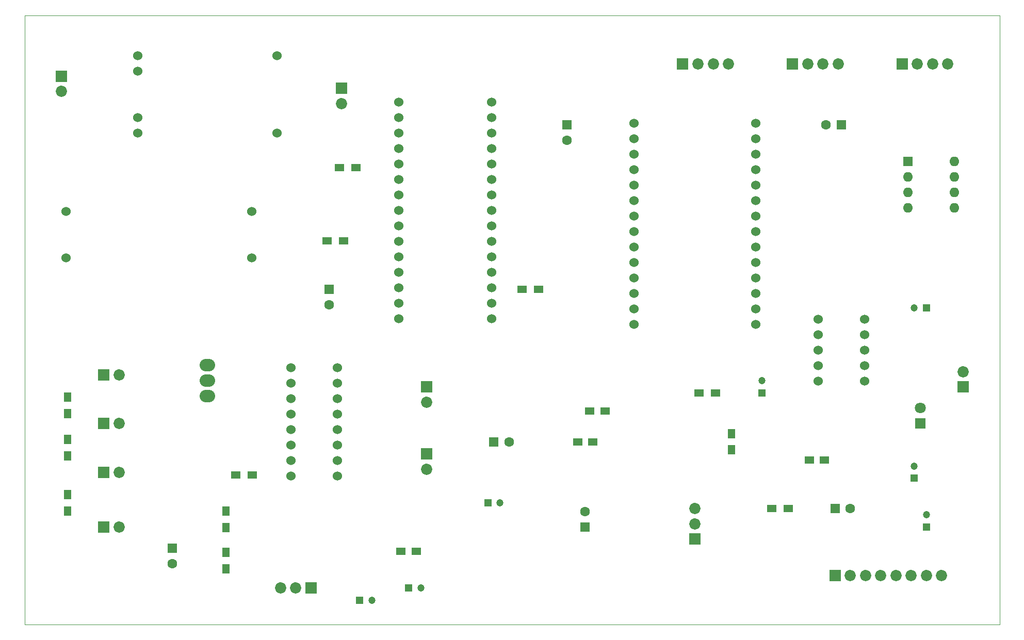
<source format=gbr>
G04 #@! TF.FileFunction,Soldermask,Top*
%FSLAX46Y46*%
G04 Gerber Fmt 4.6, Leading zero omitted, Abs format (unit mm)*
G04 Created by KiCad (PCBNEW 4.0.5) date 06/25/17 19:58:10*
%MOMM*%
%LPD*%
G01*
G04 APERTURE LIST*
%ADD10C,0.150000*%
%ADD11C,0.100000*%
%ADD12R,1.200000X1.200000*%
%ADD13C,1.200000*%
%ADD14R,1.600000X1.600000*%
%ADD15C,1.600000*%
%ADD16R,1.500000X1.250000*%
%ADD17R,1.800000X1.800000*%
%ADD18C,1.800000*%
%ADD19R,1.850000X1.850000*%
%ADD20C,1.850000*%
%ADD21O,2.540000X2.032000*%
%ADD22R,1.500000X1.300000*%
%ADD23R,1.300000X1.500000*%
%ADD24C,1.524000*%
%ADD25O,1.600000X1.600000*%
G04 APERTURE END LIST*
D10*
D11*
X60000000Y-140000000D02*
X60000000Y-40000000D01*
X220000000Y-140000000D02*
X60000000Y-140000000D01*
X220000000Y-40000000D02*
X220000000Y-140000000D01*
X60000000Y-40000000D02*
X220000000Y-40000000D01*
D12*
X136000000Y-120000000D03*
D13*
X138000000Y-120000000D03*
D14*
X84250000Y-127500000D03*
D15*
X84250000Y-130000000D03*
D14*
X193000000Y-121000000D03*
D15*
X195500000Y-121000000D03*
D16*
X121750000Y-128000000D03*
X124250000Y-128000000D03*
D14*
X152000000Y-124000000D03*
D15*
X152000000Y-121500000D03*
D16*
X188750000Y-113000000D03*
X191250000Y-113000000D03*
D14*
X110000000Y-85000000D03*
D15*
X110000000Y-87500000D03*
D16*
X152750000Y-105000000D03*
X155250000Y-105000000D03*
D12*
X115000000Y-136000000D03*
D13*
X117000000Y-136000000D03*
D16*
X150750000Y-110000000D03*
X153250000Y-110000000D03*
D12*
X123000000Y-134000000D03*
D13*
X125000000Y-134000000D03*
D14*
X194000000Y-58000000D03*
D15*
X191500000Y-58000000D03*
D14*
X137000000Y-110000000D03*
D15*
X139500000Y-110000000D03*
D14*
X149000000Y-58000000D03*
D15*
X149000000Y-60500000D03*
D12*
X206000000Y-116000000D03*
D13*
X206000000Y-114000000D03*
D12*
X181000000Y-102000000D03*
D13*
X181000000Y-100000000D03*
D12*
X208000000Y-124000000D03*
D13*
X208000000Y-122000000D03*
D12*
X208000000Y-88000000D03*
D13*
X206000000Y-88000000D03*
D17*
X207000000Y-107000000D03*
D18*
X207000000Y-104460000D03*
D19*
X66000000Y-50000000D03*
D20*
X66000000Y-52500000D03*
D19*
X170000000Y-126000000D03*
D20*
X170000000Y-123500000D03*
X170000000Y-121000000D03*
D19*
X73000000Y-124000000D03*
D20*
X75500000Y-124000000D03*
D19*
X73000000Y-115000000D03*
D20*
X75500000Y-115000000D03*
D19*
X73000000Y-107000000D03*
D20*
X75500000Y-107000000D03*
D19*
X73000000Y-99000000D03*
D20*
X75500000Y-99000000D03*
D19*
X107000000Y-134000000D03*
D20*
X104500000Y-134000000D03*
X102000000Y-134000000D03*
D19*
X112000000Y-52000000D03*
D20*
X112000000Y-54500000D03*
D19*
X126000000Y-101000000D03*
D20*
X126000000Y-103500000D03*
D19*
X126000000Y-112000000D03*
D20*
X126000000Y-114500000D03*
D19*
X168000000Y-48000000D03*
D20*
X170500000Y-48000000D03*
X173000000Y-48000000D03*
X175500000Y-48000000D03*
D19*
X186000000Y-48000000D03*
D20*
X188500000Y-48000000D03*
X191000000Y-48000000D03*
X193500000Y-48000000D03*
D19*
X204000000Y-48000000D03*
D20*
X206500000Y-48000000D03*
X209000000Y-48000000D03*
X211500000Y-48000000D03*
D19*
X193000000Y-132000000D03*
D20*
X195500000Y-132000000D03*
X198000000Y-132000000D03*
X200500000Y-132000000D03*
X203000000Y-132000000D03*
X205500000Y-132000000D03*
X208000000Y-132000000D03*
X210500000Y-132000000D03*
D19*
X214000000Y-101000000D03*
D20*
X214000000Y-98500000D03*
D21*
X90000000Y-100000000D03*
X90000000Y-97460000D03*
X90000000Y-102540000D03*
D22*
X109650000Y-77000000D03*
X112350000Y-77000000D03*
D23*
X67000000Y-121350000D03*
X67000000Y-118650000D03*
X67000000Y-112350000D03*
X67000000Y-109650000D03*
X67000000Y-105350000D03*
X67000000Y-102650000D03*
X93000000Y-128150000D03*
X93000000Y-130850000D03*
D22*
X97350000Y-115500000D03*
X94650000Y-115500000D03*
D23*
X93000000Y-121400000D03*
X93000000Y-124100000D03*
D22*
X111650000Y-65000000D03*
X114350000Y-65000000D03*
X170650000Y-102000000D03*
X173350000Y-102000000D03*
X144350000Y-85000000D03*
X141650000Y-85000000D03*
X185350000Y-121000000D03*
X182650000Y-121000000D03*
D23*
X176000000Y-111350000D03*
X176000000Y-108650000D03*
D24*
X66760000Y-72190000D03*
X66760000Y-79810000D03*
X97240000Y-72190000D03*
X97240000Y-79810000D03*
X78570000Y-56810000D03*
X78570000Y-49190000D03*
X78570000Y-46650000D03*
X78570000Y-59350000D03*
X101430000Y-46650000D03*
X101430000Y-59350000D03*
X111310000Y-108020000D03*
X111310000Y-110560000D03*
X111310000Y-113100000D03*
X111310000Y-115640000D03*
X111310000Y-105480000D03*
X111310000Y-102940000D03*
X111310000Y-100400000D03*
X111310000Y-97860000D03*
X103690000Y-115640000D03*
X103690000Y-113100000D03*
X103690000Y-110560000D03*
X103690000Y-108020000D03*
X103690000Y-105480000D03*
X103690000Y-102940000D03*
X103690000Y-100400000D03*
X103690000Y-97860000D03*
X136620000Y-74540000D03*
X136620000Y-77080000D03*
X136620000Y-79620000D03*
X136620000Y-82160000D03*
X136620000Y-84700000D03*
X136620000Y-87240000D03*
X136620000Y-89780000D03*
X136620000Y-72000000D03*
X136620000Y-69460000D03*
X136620000Y-66920000D03*
X136620000Y-64380000D03*
X136620000Y-61840000D03*
X136620000Y-59300000D03*
X136620000Y-56760000D03*
X136620000Y-54220000D03*
X121380000Y-54220000D03*
X121380000Y-56760000D03*
X121380000Y-59300000D03*
X121380000Y-61840000D03*
X121380000Y-64380000D03*
X121380000Y-66920000D03*
X121380000Y-69460000D03*
X121380000Y-72000000D03*
X121380000Y-74540000D03*
X121380000Y-77080000D03*
X121380000Y-79620000D03*
X121380000Y-82160000D03*
X121380000Y-84700000D03*
X121380000Y-87240000D03*
X121380000Y-89780000D03*
X180000000Y-90700000D03*
X180000000Y-88160000D03*
X180000000Y-85620000D03*
X180000000Y-83080000D03*
X180000000Y-80540000D03*
X180000000Y-78000000D03*
X180000000Y-75460000D03*
X180000000Y-72920000D03*
X180000000Y-70380000D03*
X180000000Y-67840000D03*
X180000000Y-65300000D03*
X180000000Y-62760000D03*
X180000000Y-60220000D03*
X180000000Y-57680000D03*
X160000000Y-90700000D03*
X160000000Y-88160000D03*
X160000000Y-85620000D03*
X160000000Y-83080000D03*
X160000000Y-80540000D03*
X160000000Y-78000000D03*
X160000000Y-75460000D03*
X160000000Y-72920000D03*
X160000000Y-70380000D03*
X160000000Y-67840000D03*
X160000000Y-65300000D03*
X160000000Y-62760000D03*
X160000000Y-60220000D03*
X160000000Y-57680000D03*
X197810000Y-95000000D03*
X197810000Y-97540000D03*
X197810000Y-100080000D03*
X197810000Y-92460000D03*
X197810000Y-89920000D03*
X190190000Y-95000000D03*
X190190000Y-97540000D03*
X190190000Y-100080000D03*
X190190000Y-92460000D03*
X190190000Y-89920000D03*
D14*
X205000000Y-64000000D03*
D25*
X212620000Y-71620000D03*
X205000000Y-66540000D03*
X212620000Y-69080000D03*
X205000000Y-69080000D03*
X212620000Y-66540000D03*
X205000000Y-71620000D03*
X212620000Y-64000000D03*
M02*

</source>
